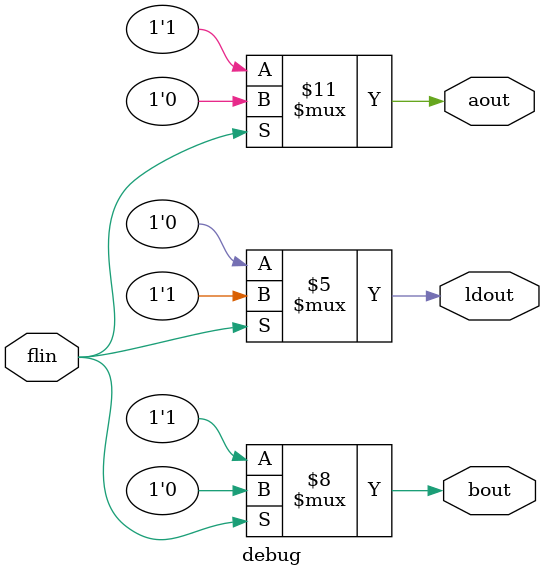
<source format=v>

module debug(flin, aout, bout, ldout);

input wire flin;

output reg aout;
output reg bout;
output reg ldout;

initial begin
  aout <= 1'b0;
  bout <= 1'b0;
  ldout <= 1'b1;
end

always @(flin) begin
  if(flin == 1'b0) begin
    aout <= 1'b1;
    bout <= 1'b1;

    ldout <= 1'b0;
  end
  else begin
    aout <= 1'b0;
    bout <= 1'b0;

    ldout <= 1'b1;
  end
end

endmodule
</source>
